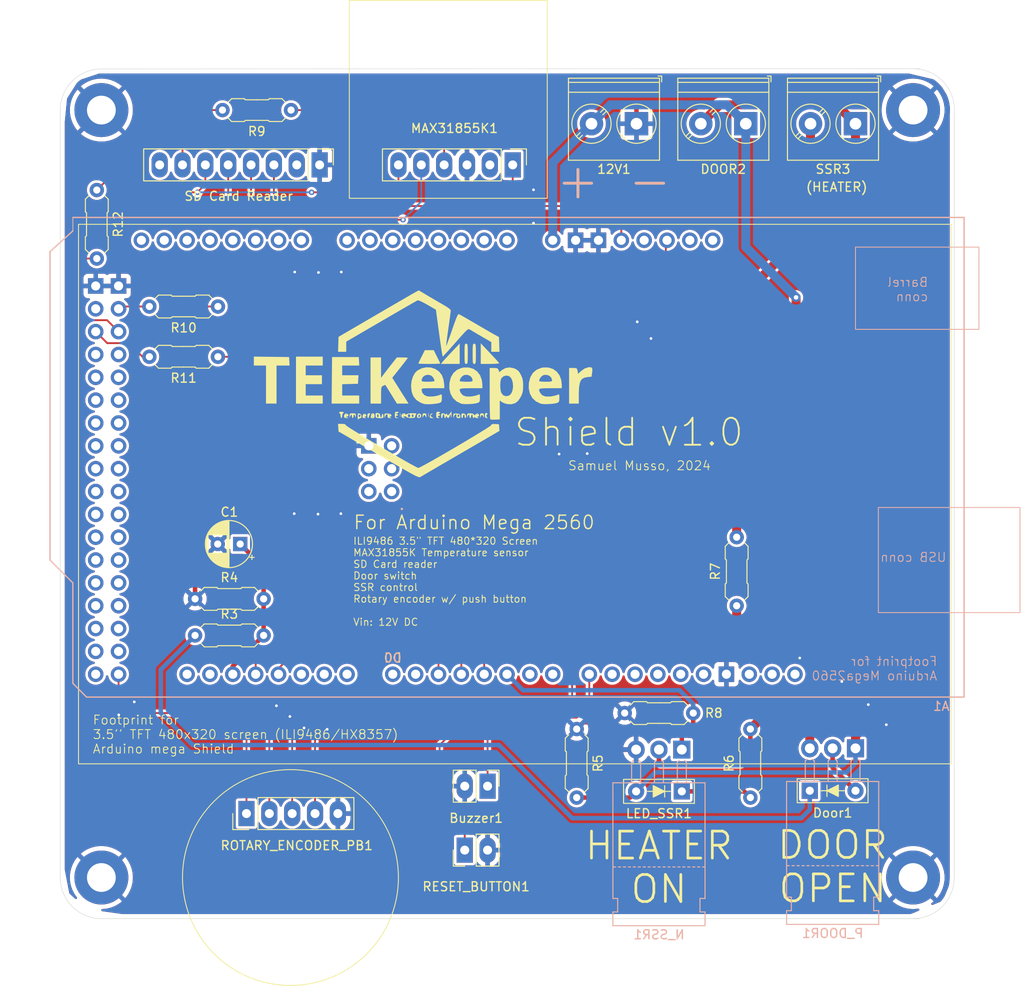
<source format=kicad_pcb>
(kicad_pcb (version 20240108) (generator "pcbnew") (generator_version "8.0")
  (layers (0 "F.Cu" signal) (31 "B.Cu" signal) (34 "B.Paste" user) (35 "F.Paste" user) (36 "B.SilkS" user "B.Silkscreen") (37 "F.SilkS" user "F.Silkscreen") (38 "B.Mask" user) (39 "F.Mask" user) (44 "Edge.Cuts" user))
  (net 0 "")
  (net 1 "/System_Shield/Analog_PCB/VIN")
  (net 2 "/System_Shield/Digital_PCB/CS")
  (net 5 "/System_Shield/Digital_PCB/CLK")
  (net 8 "/System_Shield/Analog_PCB/HEATER_CT")
  (net 14 "/System_Shield/Digital_PCB/BUZ")
  (net 16 "/System_Shield/Digital_PCB/CS_SD")
  (net 21 "/System_Shield/Digital_PCB/D2_INTRR")
  (net 28 "/System_Shield/Digital_PCB/RESET")
  (net 30 "/System_Shield/Digital_PCB/CS_PROBE")
  (net 33 "/System_Shield/Digital_PCB/D3_INTRR")
  (net 35 "/System_Shield/Digital_PCB/5V")
  (net 38 "/System_Shield/Analog_PCB/DOOR_SENS")
  (net 51 "/System_Shield/Digital_PCB/D4")
  (net 52 "Net-(Door1-Pad1)")
  (net 53 "Net-(P_DOOR1-D)")
  (net 54 "Net-(P_DOOR1-G)")
  (net 55 "Net-(LED_SSR1-Pad1)")
  (net 57 "Net-(N_SSR1-D)")
  (net 58 "Net-(R7-Pad2)")
  (net 67 "/System_Shield/Digital_PCB/MISO")
  (net 72 "/System_Shield/Digital_PCB/MOSI")
  (net 92 "Net-(A1-D51_MOSI)")
  (net 93 "Net-(A1-D52_SCK)")
  (net 94 "Net-(MAX31855K1-Pad4)")
  (net 95 "Net-(R12-Pad1)")
  (net 97 "GND")
  (footprint "PCM_SL_Mechanical:MountingHole_3.2mm_Pad" (layer "F.Cu") (at 129.032 115.824)
    (property "Reference" "H4" (hide yes))
    (property "Value" "MountingHole_M3_3.2mm_Pad")
  )
  (footprint "PCM_Resistor_THT_AKL:R_Axial_DIN0207_L6.3mm_D2.5mm_P7.62mm_Horizontal" (layer "F.Cu") (at 181.864 99.314 -90)
    (property "Reference" "R5")
    (property "Value" "100k" (hide yes))
  )
  (footprint "PCM_Resistor_THT_AKL:R_Axial_DIN0207_L6.3mm_D2.5mm_P7.62mm_Horizontal" (layer "F.Cu") (at 139.446 84.836)
    (property "Reference" "R4")
    (property "Value" "3.3k" (hide yes))
  )
  (footprint "PCM_SL_Connectors:PinHeader_1x02_P2.54mm_Vertical" (layer "F.Cu") (at 171.958 105.664 -90)
    (property "Reference" "Buzzer1")
    (property "Value" "Buzzer_5V")
  )
  (footprint "PCM_Resistor_THT_AKL:R_Axial_DIN0207_L6.3mm_D2.5mm_P7.62mm_Horizontal" (layer "F.Cu") (at 141.986 52.324 180)
    (property "Reference" "R10")
    (property "Value" "10" (hide yes))
  )
  (footprint "PCM_arduino-library:Arduino_Mega2560_R3_Shield" (layer "F.Cu") (at 224.922 42.418 180)
    (property "Reference" "A1")
    (property "Value" "Arduino_Mega2560_R3_Shield")
  )
  (footprint "TerminalBlock_Phoenix:TerminalBlock_Phoenix_PT-1,5-2-5.0-H_1x02_P5.00mm_Horizontal" (layer "F.Cu") (at 212.852 31.996 180)
    (property "Reference" "SSR3")
    (property "Value" "Screw_Terminal_2_P5.00mm")
  )
  (footprint "PCM_SL_Mechanical:MountingHole_3.2mm_Pad" (layer "F.Cu") (at 129.032 30.48)
    (property "Reference" "H1" (hide yes))
    (property "Value" "MountingHole_M3_3.2mm_Pad")
  )
  (footprint "PCM_Resistor_THT_AKL:R_Axial_DIN0207_L6.3mm_D2.5mm_P7.62mm_Horizontal" (layer "F.Cu") (at 128.524 39.37 -90)
    (property "Reference" "R12")
    (property "Value" "10" (hide yes))
  )
  (footprint "PCM_LED_THT_AKL:LED_Indicator_D1.8mm_W2.44mm_L7.62mm" (layer "F.Cu") (at 193.548 106.243 180)
    (property "Reference" "LED_SSR1")
    (property "Value" "LED" (hide yes))
  )
  (footprint "PCM_SL_Mechanical:MountingHole_3.2mm_Pad" (layer "F.Cu") (at 219.2528 30.48)
    (property "Reference" "H2" (hide yes))
    (property "Value" "MountingHole_M3_3.2mm_Pad")
  )
  (footprint "PCM_Resistor_THT_AKL:R_Axial_DIN0207_L6.3mm_D2.5mm_P7.62mm_Horizontal" (layer "F.Cu") (at 141.986 57.912 180)
    (property "Reference" "R11")
    (property "Value" "10" (hide yes))
  )
  (footprint "PCM_LED_THT_AKL:LED_Indicator_D1.8mm_W2.44mm_L7.62mm" (layer "F.Cu") (at 207.772 106.172)
    (property "Reference" "Door1")
    (property "Value" "LED" (hide yes))
  )
  (footprint "PCM_SL_Mechanical:MountingHole_3.2mm_Pad" (layer "F.Cu") (at 219.2528 115.824)
    (property "Reference" "H3" (hide yes))
    (property "Value" "MountingHole_M3_3.2mm_Pad")
  )
  (footprint "TerminalBlock_Phoenix:TerminalBlock_Phoenix_PT-1,5-2-5.0-H_1x02_P5.00mm_Horizontal" (layer "F.Cu") (at 188.508 31.996 180)
    (property "Reference" "12V1")
    (property "Value" "Screw_Terminal_2_P5.00mm")
  )
  (footprint "PCM_SL_Connectors:PinSocket_1x08_P2.54mm_Vertical" (layer "F.Cu") (at 153.289 36.576 -90)
    (property "Reference" "SD_CARD1" (hide yes))
    (property "Value" "PINHD_1x8_Female")
  )
  (footprint "PCM_Resistor_THT_AKL:R_Axial_DIN0207_L6.3mm_D2.5mm_P7.62mm_Horizontal" (layer "F.Cu") (at 199.644 85.598 90)
    (property "Reference" "R7")
    (property "Value" "100" (hide yes))
  )
  (footprint "LOGO" (layer "F.Cu") (at 164.084 60.96)
    (property "Reference" "G***" (hide yes))
    (property "Value" "LOGO" (hide yes))
  )
  (footprint "PCM_SL_Connectors:PinHeader_1x05_P2.54mm_Vertical" (layer "F.Cu") (at 145.161 108.712 90)
    (property "Reference" "ROTARY_ENCODER_PB1")
    (property "Value" "PINHD_1x5_Female")
  )
  (footprint "PCM_Resistor_THT_AKL:R_Axial_DIN0207_L6.3mm_D2.5mm_P7.62mm_Horizontal" (layer "F.Cu") (at 201.168 106.934 90)
    (property "Reference" "R6")
    (property "Value" "5k" (hide yes))
  )
  (footprint "PCM_Resistor_THT_AKL:R_Axial_DIN0207_L6.3mm_D2.5mm_P7.62mm_Horizontal" (layer "F.Cu") (at 139.446 88.9)
    (property "Reference" "R3")
    (property "Value" "5k" (hide yes))
  )
  (footprint "PCM_SL_Connectors:PinSocket_1x06_P2.54mm_Vertical" (layer "F.Cu") (at 174.752 36.576 -90)
    (property "Reference" "MAX31855K1")
    (property "Value" "PINHD_1x6_Female")
  )
  (footprint "PCM_Resistor_THT_AKL:R_Axial_DIN0207_L6.3mm_D2.5mm_P7.62mm_Horizontal" (layer "F.Cu") (at 187.198 97.536)
    (property "Reference" "R8")
    (property "Value" "10k" (hide yes))
  )
  (footprint "TerminalBlock_Phoenix:TerminalBlock_Phoenix_PT-1,5-2-5.0-H_1x02_P5.00mm_Horizontal" (layer "F.Cu") (at 200.66 31.996 180)
    (property "Reference" "DOOR2")
    (property "Value" "Screw_Terminal_2_P5.00mm")
  )
  (footprint "PCM_SL_Connectors:PinHeader_1x02_P2.54mm_Vertical" (layer "F.Cu") (at 169.418 112.776 90)
    (property "Reference" "RESET_BUTTON1")
    (property "Value" "PINHD_1x2_Female")
  )
  (footprint "PCM_Resistor_THT_AKL:R_Axial_DIN0207_L6.3mm_D2.5mm_P7.62mm_Horizontal" (layer "F.Cu") (at 150.114 30.48 180)
    (property "Reference" "R9")
    (property "Value" "10" (hide yes))
  )
  (footprint "PCM_Capacitor_THT_AKL:CP_Radial_D5.0mm_P2.50mm" (layer "F.Cu") (at 144.461113 78.74 180)
    (property "Reference" "C1")
    (property "Value" "22n" (hide yes))
  )
  (footprint "PCM_Package_TO_SOT_THT_AKL:TO-220-3_Horizontal_TabUp" (layer "B.Cu") (at 193.548 101.6 180)
    (property "Reference" "N_SSR1")
    (property "Value" "IRFZ44" (hide yes))
  )
  (footprint "PCM_Package_TO_SOT_THT_AKL:TO-220-3_Horizontal_TabUp" (layer "B.Cu") (at 212.852 101.458 180)
    (property "Reference" "P_DOOR1")
    (property "Value" "IRF4905" (hide yes))
  )
  (gr_rect (start 212.852 45.72) (end 226.568 54.864) (stroke (width 0.1)) (fill none) (layer "B.SilkS"))
  (gr_rect (start 215.392 74.676) (end 231.14 86.36) (stroke (width 0.1)) (fill none) (layer "B.SilkS"))
  (gr_rect (start 126.492 43.18) (end 223.492 103.18) (stroke (width 0.1)) (fill none) (layer "F.SilkS"))
  (gr_circle (center 150.049 115.824) (end 162.049 115.824) (stroke (width 0.1)) (fill none) (layer "F.SilkS"))
  (gr_rect (start 156.591 18.288) (end 178.591 40.288) (stroke (width 0.1)) (fill none) (layer "F.SilkS"))
  (gr_line (start 223.824799 30.988) (end 223.8248 115.824) (stroke (width 0.05)) (layer "Edge.Cuts"))
  (gr_arc (start 129.032 120.396) (mid 125.799108 119.056892) (end 124.46 115.824) (stroke (width 0.05)) (layer "Edge.Cuts"))
  (gr_arc (start 219.2528 25.879865) (mid 222.68049 27.412071) (end 223.824799 30.988) (stroke (width 0.05)) (layer "Edge.Cuts"))
  (gr_arc (start 223.8248 115.824) (mid 222.485692 119.056892) (end 219.2528 120.396) (stroke (width 0.05)) (layer "Edge.Cuts"))
  (gr_line (start 129.032 120.396) (end 219.964 120.396) (stroke (width 0.05)) (layer "Edge.Cuts"))
  (gr_line (start 129.032 25.908) (end 219.964 25.879865) (stroke (width 0.05)) (layer "Edge.Cuts"))
  (gr_line (start 124.46 115.824) (end 124.46 30.48) (stroke (width 0.05)) (layer "Edge.Cuts"))
  (gr_arc (start 124.46 30.48) (mid 125.799108 27.247108) (end 129.032 25.908) (stroke (width 0.05)) (layer "Edge.Cuts"))
  (gr_text "+ -" (at 179.324 36.576 180) (layer "B.SilkS") (effects (font (size 4 4) (thickness 0.3) (bold yes)) (justify left bottom mirror)))
  (gr_text "Barrel \nconn\n" (at 220.98 51.816 0) (layer "B.SilkS") (effects (font (size 1 1) (thickness 0.1)) (justify left bottom mirror)))
  (gr_text "Footprint for\nArduino Mega2560 " (at 221.996 93.98 0) (layer "B.SilkS") (effects (font (size 1 1) (thickness 0.1)) (justify left bottom mirror)))
  (gr_text "USB conn\n" (at 223.012 80.7974 0) (layer "B.SilkS") (effects (font (size 1 1) (thickness 0.1)) (justify left bottom mirror)))
  (gr_text "(HEATER)\n" (at 207.264 39.624 0) (layer "F.SilkS") (effects (font (size 1 1)) (justify left bottom)))
  (gr_text "SD Card Reader" (at 138.176 40.64 0) (layer "F.SilkS") (effects (font (size 1 1)) (justify left bottom)))
  (gr_text "HEATER\nON\n" (at 191.008 118.872 0) (layer "F.SilkS") (effects (font (size 3 3) (thickness 0.3)) (justify bottom)))
  (gr_text "Footprint for \n3.5'' TFT 480x320 screen (ILI9486/HX8357)\nArduino mega Shield" (at 128.016 102.108 0) (layer "F.SilkS") (effects (font (size 1 1) (thickness 0.1)) (justify left bottom)))
  (gr_text "For Arduino Mega 2560" (at 156.972 77.216 0) (layer "F.SilkS") (effects (font (size 1.5 1.5)) (justify left bottom)))
  (gr_text "+ -" (at 179.324 40.64 0) (layer "F.SilkS") (effects (font (size 4 4) (thickness 0.3) (bold yes)) (justify left bottom)))
  (gr_text "Shield v1.0" (at 174.752 68.072 0) (layer "F.SilkS") (effects (font (size 3 3) (thickness 0.2)) (justify left bottom)))
  (gr_text "DOOR\nOPEN" (at 210.312 118.801 0) (layer "F.SilkS") (effects (font (size 3 3) (thickness 0.3)) (justify bottom)))
  (gr_text "ILI9486 3.5{dblquote} TFT 480*320 Screen\nMAX31855K Temperature sensor\nSD Card reader\nDoor switch\nSSR control\nRotary encoder w/ push button\n\nVin: 12V DC" (at 156.972 87.884 0) (layer "F.SilkS") (effects (font (size 0.8 0.8) (thickness 0.1)) (justify left bottom)))
  (gr_text "Samuel Musso, 2024" (at 180.848 70.612 0) (layer "F.SilkS") (effects (font (size 1 1) (thickness 0.1)) (justify left bottom)))
  (segment (start 206.248 51.308) (end 206.248 82.296) (width 1) (layer "F.Cu") (net 1))
  (segment (start 212.852 94.996) (end 207.772 100.076) (width 1) (layer "F.Cu") (net 1))
  (segment (start 207.772 100.076) (end 207.772 101.458) (width 1) (layer "F.Cu") (net 1))
  (segment (start 206.248 82.296) (end 212.852 88.9) (width 1) (layer "F.Cu") (net 1))
  (segment (start 212.852 88.9) (end 212.852 94.996) (width 1) (layer "F.Cu") (net 1))
  (via (at 206.248 51.308) (size 1) (drill 0.5) (layers "F.Cu" "B.Cu") (net 1))
  (segment (start 183.508 31.996) (end 179.202 36.302) (width 1) (layer "B.Cu") (net 1))
  (segment (start 200.66 45.72) (end 200.66 31.996) (width 1) (layer "B.Cu") (net 1))
  (segment (start 198.56 29.896) (end 200.66 31.996) (width 1) (layer "B.Cu") (net 1))
  (segment (start 206.248 51.308) (end 200.66 45.72) (width 1) (layer "B.Cu") (net 1))
  (segment (start 183.508 31.996) (end 185.608 29.896) (width 1) (layer "B.Cu") (net 1))
  (segment (start 185.608 29.896) (end 198.56 29.896) (width 1) (layer "B.Cu") (net 1))
  (segment (start 179.202 36.302) (end 179.202 44.958) (width 1) (layer "B.Cu") (net 1))
  (segment (start 130.048 46.736) (end 131.064 47.752) (width 0.2) (layer "F.Cu") (net 5))
  (segment (start 134.112 47.752) (end 136.652 50.292) (width 0.2) (layer "F.Cu") (net 5))
  (segment (start 139.7 39.624) (end 132.588 39.624) (width 0.2) (layer "F.Cu") (net 5))
  (segment (start 137.16 52.324) (end 141.986 52.324) (width 0.2) (layer "F.Cu") (net 5))
  (segment (start 136.652 50.292) (end 136.652 51.816) (width 0.2) (layer "F.Cu") (net 5))
  (segment (start 131.064 47.752) (end 134.112 47.752) (width 0.2) (layer "F.Cu") (net 5))
  (segment (start 162.052 39.116) (end 162.052 36.576) (width 0.2) (layer "F.Cu") (net 5))
  (segment (start 139.7 39.624) (end 140.589 38.735) (width 0.2) (layer "F.Cu") (net 5))
  (segment (start 136.652 51.816) (end 137.16 52.324) (width 0.2) (layer "F.Cu") (net 5))
  (segment (start 161.544 39.624) (end 162.052 39.116) (width 0.2) (layer "F.Cu") (net 5))
  (segment (start 132.588 39.624) (end 130.048 42.164) (width 0.2) (layer "F.Cu") (net 5))
  (segment (start 130.048 42.164) (end 130.048 46.736) (width 0.2) (layer "F.Cu") (net 5))
  (segment (start 152.4 39.624) (end 161.544 39.624) (width 0.2) (layer "F.Cu") (net 5))
  (segment (start 140.589 38.735) (end 140.589 36.576) (width 0.2) (layer "F.Cu") (net 5))
  (via (at 152.4 39.624) (size 0.6) (drill 0.3) (layers "F.Cu" "B.Cu") (net 5))
  (via (at 139.7 39.624) (size 0.6) (drill 0.3) (layers "F.Cu" "B.Cu") (net 5))
  (segment (start 152.4 39.624) (end 139.7 39.624) (width 0.2) (layer "B.Cu") (net 5))
  (segment (start 194.818 98.679) (end 194.818 97.536) (width 0.5) (layer "F.Cu") (net 8))
  (segment (start 193.548 99.949) (end 194.818 98.679) (width 0.5) (layer "F.Cu") (net 8))
  (segment (start 193.548 101.6) (end 193.548 99.949) (width 0.5) (layer "F.Cu") (net 8))
  (segment (start 175.9 94.996) (end 193.294 94.996) (width 0.5) (layer "B.Cu") (net 8))
  (segment (start 194.818 96.52) (end 194.818 97.536) (width 0.5) (layer "B.Cu") (net 8))
  (segment (start 193.294 94.996) (end 194.818 96.52) (width 0.5) (layer "B.Cu") (net 8))
  (segment (start 174.122 93.218) (end 175.9 94.996) (width 0.5) (layer "B.Cu") (net 8))
  (segment (start 173.228 98.044) (end 181.864 98.044) (width 0.2) (layer "F.Cu") (net 14))
  (segment (start 181.864 98.044) (end 183.266 96.642) (width 0.2) (layer "F.Cu") (net 14))
  (segment (start 173.228 98.044) (end 171.958 99.314) (width 0.2) (layer "F.Cu") (net 14))
  (segment (start 183.266 96.642) (end 183.266 93.218) (width 0.2) (layer "F.Cu") (net 14))
  (segment (start 171.958 105.664) (end 171.958 99.314) (width 0.2) (layer "F.Cu") (net 14))
  (segment (start 145.669 41.021) (end 147.32 42.672) (width 0.2) (layer "F.Cu") (net 16))
  (segment (start 147.32 42.672) (end 152.4 42.672) (width 0.2) (layer "F.Cu") (net 16))
  (segment (start 152.4 42.672) (end 152.908 43.18) (width 0.2) (layer "F.Cu") (net 16))
  (segment (start 149.352 86.868) (end 148.844 87.376) (width 0.2) (layer "F.Cu") (net 16))
  (segment (start 147.828 91.44) (end 146.812 91.44) (width 0.2) (layer "F.Cu") (net 16))
  (segment (start 145.669 36.576) (end 145.669 41.021) (width 0.2) (layer "F.Cu") (net 16))
  (segment (start 151.892 86.36) (end 151.384 86.868) (width 0.2) (layer "F.Cu") (net 16))
  (segment (start 152.908 43.18) (end 152.908 46.228) (width 0.2) (layer "F.Cu") (net 16))
  (segment (start 148.844 90.424) (end 147.828 91.44) (width 0.2) (layer "F.Cu") (net 16))
  (segment (start 146.812 91.44) (end 146.182 92.07) (width 0.2) (layer "F.Cu") (net 16))
  (segment (start 151.892 47.244) (end 151.892 86.36) (width 0.2) (layer "F.Cu") (net 16))
  (segment (start 152.908 46.228) (end 151.892 47.244) (width 0.2) (layer "F.Cu") (net 16))
  (segment (start 146.182 92.07) (end 146.182 93.218) (width 0.2) (layer "F.Cu") (net 16))
  (segment (start 151.384 86.868) (end 149.352 86.868) (width 0.2) (layer "F.Cu") (net 16))
  (segment (start 148.844 87.376) (end 148.844 90.424) (width 0.2) (layer "F.Cu") (net 16))
  (segment (start 159.004 98.044) (end 153.924 98.044) (width 0.2) (layer "F.Cu") (net 21))
  (segment (start 161.036 89.916) (end 160.02 90.932) (width 0.2) (layer "F.Cu") (net 21))
  (segment (start 160.02 90.932) (end 160.02 97.028) (width 0.2) (layer "F.Cu") (net 21))
  (segment (start 166.502 90.81) (end 165.608 89.916) (width 0.2) (layer "F.Cu") (net 21))
  (segment (start 166.502 93.218) (end 166.502 90.81) (width 0.2) (layer "F.Cu") (net 21))
  (segment (start 165.608 89.916) (end 161.036 89.916) (width 0.2) (layer "F.Cu") (net 21))
  (segment (start 160.02 97.028) (end 159.004 98.044) (width 0.2) (layer "F.Cu") (net 21))
  (segment (start 153.924 98.044) (end 152.781 99.187) (width 0.2) (layer "F.Cu") (net 21))
  (segment (start 152.781 99.187) (end 152.781 108.712) (width 0.2) (layer "F.Cu") (net 21))
  (segment (start 167.64 109.22) (end 166.624 108.204) (width 0.2) (layer "F.Cu") (net 28))
  (segment (start 169.418 112.776) (end 169.418 110.8202) (width 0.2) (layer "F.Cu") (net 28))
  (segment (start 171.196 96.52) (end 180.848 96.52) (width 0.2) (layer "F.Cu") (net 28))
  (segment (start 191.77 52.578) (end 191.77 45.09) (width 0.2) (layer "F.Cu") (net 28))
  (segment (start 191.77 45.09) (end 191.902 44.958) (width 0.2) (layer "F.Cu") (net 28))
  (segment (start 181.356 62.992) (end 191.77 52.578) (width 0.2) (layer "F.Cu") (net 28))
  (segment (start 169.418 110.8202) (end 167.8178 109.22) (width 0.2) (layer "F.Cu") (net 28))
  (segment (start 181.356 96.012) (end 181.356 62.992) (width 0.2) (layer "F.Cu") (net 28))
  (segment (start 167.8178 109.22) (end 167.64 109.22) (width 0.2) (layer "F.Cu") (net 28))
  (segment (start 166.624 101.092) (end 171.196 96.52) (width 0.2) (layer "F.Cu") (net 28))
  (segment (start 166.624 108.204) (end 166.624 101.092) (width 0.2) (layer "F.Cu") (net 28))
  (segment (start 180.848 96.52) (end 181.356 96.012) (width 0.2) (layer "F.Cu") (net 28))
  (segment (start 148.722 93.218) (end 148.722 92.578) (width 0.2) (layer "F.Cu") (net 30))
  (segment (start 154.94 42.672) (end 162.56 42.672) (width 0.2) (layer "F.Cu") (net 30))
  (segment (start 149.86 91.44) (end 153.416 91.44) (width 0.2) (layer "F.Cu") (net 30))
  (segment (start 154.432 43.18) (end 154.94 42.672) (width 0.2) (layer "F.Cu") (net 30))
  (segment (start 148.722 92.578) (end 149.86 91.44) (width 0.2) (layer "F.Cu") (net 30))
  (segment (start 153.416 91.44) (end 154.432 90.424) (width 0.2) (layer "F.Cu") (net 30))
  (segment (start 154.432 90.424) (end 154.432 43.18) (width 0.2) (layer "F.Cu") (net 30))
  (via (at 162.56 42.672) (size 0.6) (drill 0.3) (layers "F.Cu" "B.Cu") (net 30))
  (segment (start 162.56 42.672) (end 164.592 40.64) (width 0.2) (layer "B.Cu") (net 30))
  (segment (start 164.592 40.64) (end 164.592 36.576) (width 0.2) (layer "B.Cu") (net 30))
  (segment (start 152.908 96.52) (end 150.241 99.187) (width 0.2) (layer "F.Cu") (net 33))
  (segment (start 159.004 89.916) (end 159.004 95.504) (width 0.2) (layer "F.Cu") (net 33))
  (segment (start 159.004 95.504) (end 157.988 96.52) (width 0.2) (layer "F.Cu") (net 33))
  (segment (start 167.64 88.9) (end 160.02 88.9) (width 0.2) (layer "F.Cu") (net 33))
  (segment (start 150.241 99.187) (end 150.241 108.712) (width 0.2) (layer "F.Cu") (net 33))
  (segment (start 169.042 93.218) (end 169.042 90.302) (width 0.2) (layer "F.Cu") (net 33))
  (segment (start 169.042 90.302) (end 167.64 88.9) (width 0.2) (layer "F.Cu") (net 33))
  (segment (start 157.988 96.52) (end 152.908 96.52) (width 0.2) (layer "F.Cu") (net 33))
  (segment (start 160.02 88.9) (end 159.004 89.916) (width 0.2) (layer "F.Cu") (net 33))
  (segment (start 184.404 41.148) (end 186.822 43.566) (width 0.2) (layer "F.Cu") (net 35))
  (segment (start 174.752 40.132) (end 175.768 41.148) (width 0.2) (layer "F.Cu") (net 35))
  (segment (start 186.822 43.566) (end 186.822 44.958) (width 0.2) (layer "F.Cu") (net 35))
  (segment (start 149.352 41.148) (end 175.768 41.148) (width 0.2) (layer "F.Cu") (net 35))
  (segment (start 144.272 97.536) (end 145.161 98.425) (width 0.2) (layer "F.Cu") (net 35))
  (segment (start 148.209 36.576) (end 148.209 40.005) (width 0.2) (layer "F.Cu") (net 35))
  (segment (start 130.942 96.144) (end 132.334 97.536) (width 0.2) (layer "F.Cu") (net 35))
  (segment (start 130.942 93.218) (end 130.942 96.144) (width 0.2) (layer "F.Cu") (net 35))
  (segment (start 148.209 40.005) (end 149.352 41.148) (width 0.2) (layer "F.Cu") (net 35))
  (segment (start 175.768 41.148) (end 184.404 41.148) (width 0.2) (layer "F.Cu") (net 35))
  (segment (start 132.334 97.536) (end 144.272 97.536) (width 0.2) (layer "F.Cu") (net 35))
  (segment (start 174.752 36.576) (end 174.752 40.132) (width 0.2) (layer "F.Cu") (net 35))
  (segment (start 145.161 98.425) (end 145.161 108.712) (width 0.2) (layer "F.Cu") (net 35))
  (segment (start 147.066 88.9) (end 147.066 81.344887) (width 0.5) (layer "F.Cu") (net 38))
  (segment (start 147.066 88.9) (end 143.642 92.324) (width 0.5) (layer "F.Cu") (net 38))
  (segment (start 147.066 81.344887) (end 144.461113 78.74) (width 0.5) (layer "F.Cu") (net 38))
  (segment (start 143.642 92.324) (end 143.642 93.218) (width 0.5) (layer "F.Cu") (net 38))
  (segment (start 159.512 87.884) (end 157.988 89.408) (width 0.2) (layer "F.Cu") (net 51))
  (segment (start 157.988 94.361) (end 157.353 94.996) (width 0.2) (layer "F.Cu") (net 51))
  (segment (start 147.701 98.679) (end 147.701 108.712) (width 0.2) (layer "F.Cu") (net 51))
  (segment (start 151.384 94.996) (end 147.701 98.679) (width 0.2) (layer "F.Cu") (net 51))
  (segment (start 171.582 93.218) (end 171.582 89.794) (width 0.2) (layer "F.Cu") (net 51))
  (segment (start 169.672 87.884) (end 159.512 87.884) (width 0.2) (layer "F.Cu") (net 51))
  (segment (start 157.353 94.996) (end 151.384 94.996) (width 0.2) (layer "F.Cu") (net 51))
  (segment (start 171.582 89.794) (end 169.672 87.884) (width 0.2) (layer "F.Cu") (net 51))
  (segment (start 157.988 89.408) (end 157.988 94.361) (width 0.2) (layer "F.Cu") (net 51))
  (segment (start 135.636 97.536) (end 135.636 92.71) (width 0.5) (layer "B.Cu") (net 52))
  (segment (start 139.192 101.092) (end 135.636 97.536) (width 0.5) (layer "B.Cu") (net 52))
  (segment (start 207.772 106.172) (end 207.772 108.275) (width 0.5) (layer "B.Cu") (net 52))
  (segment (start 207.772 108.275) (end 206.827 109.22) (width 0.5) (layer "B.Cu") (net 52))
  (segment (start 181.356 109.22) (end 173.228 101.092) (width 0.5) (layer "B.Cu") (net 52))
  (segment (start 173.228 101.092) (end 139.192 101.092) (width 0.5) (layer "B.Cu") (net 52))
  (segment (start 135.636 92.71) (end 139.446 88.9) (width 0.5) (layer "B.Cu") (net 52))
  (segment (start 206.827 109.22) (end 181.356 109.22) (width 0.5) (layer "B.Cu") (net 52))
  (segment (start 210.312 101.458) (end 210.312 103.632) (width 0.5) (layer "F.Cu") (net 53))
  (segment (start 210.312 103.632) (end 212.852 106.172) (width 0.5) (layer "F.Cu") (net 53))
  (segment (start 217.424 95.504) (end 212.852 100.076) (width 1) (layer "F.Cu") (net 54))
  (segment (start 197.76 29.896) (end 210.752 29.896) (width 1) (layer "F.Cu") (net 54))
  (segment (start 212.852 100.076) (end 212.852 101.458) (width 1) (layer "F.Cu") (net 54))
  (segment (start 217.424 83.312) (end 217.424 95.504) (width 1) (layer "F.Cu") (net 54))
  (segment (start 210.752 29.896) (end 212.852 31.996) (width 1) (layer "F.Cu") (net 54))
  (segment (start 181.864 106.934) (end 187.777 106.934) (width 0.5) (layer "F.Cu") (net 54))
  (segment (start 212.852 78.74) (end 217.424 83.312) (width 1) (layer "F.Cu") (net 54))
  (segment (start 187.777 106.934) (end 188.468 106.243) (width 0.5) (layer "F.Cu") (net 54))
  (segment (start 212.852 31.996) (end 212.852 78.74) (width 1) (layer "F.Cu") (net 54))
  (segment (start 195.66 31.996) (end 197.76 29.896) (width 1) (layer "F.Cu") (net 54))
  (segment (start 188.468 106.243) (end 190.571 104.14) (width 0.5) (layer "B.Cu") (net 54))
  (segment (start 190.571 104.14) (end 211.836 104.14) (width 0.5) (layer "B.Cu") (net 54))
  (segment (start 212.852 103.124) (end 212.852 101.458) (width 0.5) (layer "B.Cu") (net 54))
  (segment (start 211.836 104.14) (end 212.852 103.124) (width 0.5) (layer "B.Cu") (net 54))
  (segment (start 200.477 106.243) (end 201.168 106.934) (width 0.5) (layer "F.Cu") (net 55))
  (segment (start 193.548 106.243) (end 200.477 106.243) (width 0.5) (layer "F.Cu") (net 55))
  (segment (start 191.008 103.005) (end 191.008 101.6) (width 0.5) (layer "F.Cu") (net 57))
  (segment (start 199.644 88.9) (end 200.66 89.916) (width 1) (layer "F.Cu") (net 57))
  (segment (start 208.788 92.964) (end 208.788 95.504) (width 1) (layer "F.Cu") (net 57))
  (segment (start 207.264 97.028) (end 203.454 97.028) (width 1) (layer "F.Cu") (net 57))
  (segment (start 200.126 103.15) (end 191.153 103.15) (width 0.5) (layer "F.Cu") (net 57))
  (segment (start 207.264 89.916) (end 208.788 91.44) (width 1) (layer "F.Cu") (net 57))
  (segment (start 199.644 85.598) (end 199.644 88.9) (width 1) (layer "F.Cu") (net 57))
  (segment (start 208.788 92.456) (end 208.788 92.964) (width 1) (layer "F.Cu") (net 57))
  (segment (start 208.788 91.44) (end 208.788 92.964) (width 1) (layer "F.Cu") (net 57))
  (segment (start 191.153 103.15) (end 191.008 103.005) (width 0.5) (layer "F.Cu") (net 57))
  (segment (start 204.724 89.916) (end 207.264 89.916) (width 1) (layer "F.Cu") (net 57))
  (segment (start 201.168 99.314) (end 201.168 102.108) (width 0.5) (layer "F.Cu") (net 57))
  (segment (start 203.454 97.028) (end 201.168 99.314) (width 1) (layer "F.Cu") (net 57))
  (segment (start 201.168 102.108) (end 200.126 103.15) (width 0.5) (layer "F.Cu") (net 57))
  (segment (start 208.788 95.504) (end 207.264 97.028) (width 1) (layer "F.Cu") (net 57))
  (segment (start 200.66 89.916) (end 204.724 89.916) (width 1) (layer "F.Cu") (net 57))
  (segment (start 207.852 43.608) (end 207.852 31.996) (width 1) (layer "F.Cu") (net 58))
  (segment (start 199.644 51.816) (end 207.852 43.608) (width 1) (layer "F.Cu") (net 58))
  (segment (start 199.644 77.978) (end 199.644 78.232) (width 0.5) (layer "F.Cu") (net 58))
  (segment (start 199.644 77.978) (end 199.644 51.816) (width 1) (layer "F.Cu") (net 58))
  (segment (start 127.5016 53.8416) (end 125.984 52.324) (width 0.2) (layer "F.Cu") (net 67))
  (segment (start 125.984 39.624) (end 125.984 46.228) (width 0.2) (layer "F.Cu") (net 67))
  (segment (start 142.494 30.48) (end 135.128 30.48) (width 0.2) (layer "F.Cu") (net 67))
  (segment (start 125.984 47.752) (end 125.984 46.228) (width 0.2) (layer "F.Cu") (net 67))
  (segment (start 125.984 52.324) (end 125.984 47.752) (width 0.2) (layer "F.Cu") (net 67))
  (segment (start 129.6656 53.8416) (end 127.5016 53.8416) (width 0.2) (layer "F.Cu") (net 67))
  (segment (start 130.942 55.118) (end 129.6656 53.8416) (width 0.2) (layer "F.Cu") (net 67))
  (segment (start 135.128 30.48) (end 125.984 39.624) (width 0.2) (layer "F.Cu") (net 67))
  (segment (start 128.524 46.99) (end 126.746 46.99) (width 0.2) (layer "F.Cu") (net 67))
  (segment (start 126.746 46.99) (end 125.984 47.752) (width 0.2) (layer "F.Cu") (net 67))
  (segment (start 131.572 43.688) (end 133.096 42.164) (width 0.2) (layer "F.Cu") (net 72))
  (segment (start 131.572 45.72) (end 131.572 43.688) (width 0.2) (layer "F.Cu") (net 72))
  (segment (start 135.636 46.736) (end 132.588 46.736) (width 0.2) (layer "F.Cu") (net 72))
  (segment (start 141.986 57.912) (end 143.256 57.912) (width 0.2) (layer "F.Cu") (net 72))
  (segment (start 143.256 48.768) (end 137.668 48.768) (width 0.2) (layer "F.Cu") (net 72))
  (segment (start 143.129 40.259) (end 143.129 36.576) (width 0.2) (layer "F.Cu") (net 72))
  (segment (start 143.256 57.912) (end 144.272 56.896) (width 0.2) (layer "F.Cu") (net 72))
  (segment (start 137.668 48.768) (end 135.636 46.736) (width 0.2) (layer "F.Cu") (net 72))
  (segment (start 133.096 42.164) (end 141.224 42.164) (width 0.2) (layer "F.Cu") (net 72))
  (segment (start 132.588 46.736) (end 131.572 45.72) (width 0.2) (layer "F.Cu") (net 72))
  (segment (start 144.272 56.896) (end 144.272 49.784) (width 0.2) (layer "F.Cu") (net 72))
  (segment (start 141.224 42.164) (end 143.129 40.259) (width 0.2) (layer "F.Cu") (net 72))
  (segment (start 144.272 49.784) (end 143.256 48.768) (width 0.2) (layer "F.Cu") (net 72))
  (segment (start 132.0864 56.3944) (end 133.604 57.912) (width 0.2) (layer "F.Cu") (net 92))
  (segment (start 129.6784 56.3944) (end 132.0864 56.3944) (width 0.2) (layer "F.Cu") (net 92))
  (segment (start 128.402 55.118) (end 129.6784 56.3944) (width 0.2) (layer "F.Cu") (net 92))
  (segment (start 133.604 57.912) (end 134.366 57.912) (width 0.2) (layer "F.Cu") (net 92))
  (segment (start 134.366 52.324) (end 131.196 52.324) (width 0.2) (layer "F.Cu") (net 93))
  (segment (start 131.196 52.324) (end 130.942 52.578) (width 0.2) (layer "F.Cu") (net 93))
  (segment (start 167.132 36.576) (end 167.132 32.004) (width 0.2) (layer "F.Cu") (net 94))
  (segment (start 165.608 30.48) (end 150.114 30.48) (width 0.2) (layer "F.Cu") (net 94))
  (segment (start 167.132 32.004) (end 165.608 30.48) (width 0.2) (layer "F.Cu") (net 94))
  (segment (start 137.668 34.036) (end 138.049 34.417) (width 0.2) (layer "F.Cu") (net 95))
  (segment (start 138.049 34.417) (end 138.049 36.576) (width 0.2) (layer "F.Cu") (net 95))
  (segment (start 133.858 34.036) (end 137.668 34.036) (width 0.2) (layer "F.Cu") (net 95))
  (segment (start 128.524 39.37) (end 133.858 34.036) (width 0.2) (layer "F.Cu") (net 95))
  (segment (start 186.182 99.568) (end 186.182 100.838) (width 0.5) (layer "F.Cu") (net 97))
  (segment (start 139.446 81.255113) (end 141.961113 78.74) (width 0.5) (layer "F.Cu") (net 97))
  (segment (start 182.626 98.552) (end 185.166 98.552) (width 0.5) (layer "F.Cu") (net 97))
  (segment (start 186.944 101.6) (end 188.468 101.6) (width 0.5) (layer "F.Cu") (net 97))
  (segment (start 186.182 98.552) (end 187.198 97.536) (width 0.5) (layer "F.Cu") (net 97))
  (segment (start 186.182 100.838) (end 186.944 101.6) (width 0.5) (layer "F.Cu") (net 97))
  (segment (start 185.166 98.552) (end 186.182 99.568) (width 0.5) (layer "F.Cu") (net 97))
  (segment (start 186.182 99.568) (end 186.182 98.552) (width 0.5) (layer "F.Cu") (net 97))
  (segment (start 181.864 99.314) (end 182.626 98.552) (width 0.5) (layer "F.Cu") (net 97))
  (segment (start 139.446 84.836) (end 139.446 81.255113) (width 0.5) (layer "F.Cu") (net 97))
  (via (at 214.2744 96.5962) (size 0.6) (drill 0.3) (layers "F.Cu" "B.Cu") (net 97))
  (via (at 183.0324 68.6816) (size 0.6) (drill 0.3) (layers "F.Cu" "B.Cu") (net 97))
  (via (at 149.987 97.917) (size 0.6) (drill 0.3) (layers "F.Cu" "B.Cu") (net 97))
  (via (at 177.0634 39.3446) (size 0.6) (drill 0.3) (layers "F.Cu" "B.Cu") (net 97))
  (via (at 150.5204 48.4886) (size 0.6) (drill 0.3) (layers "F.Cu" "B.Cu") (net 97))
  (via (at 216.281 98.8314) (size 0.6) (drill 0.3) (layers "F.Cu" "B.Cu") (net 97))
  (via (at 155.6512 75.3618) (size 0.6) (drill 0.3) (layers "F.Cu" "B.Cu") (net 97))
  (via (at 155.702 48.4886) (size 0.6) (drill 0.3) (layers "F.Cu" "B.Cu") (net 97))
  (via (at 153.162 48.5394) (size 0.6) (drill 0.3) (layers "F.Cu" "B.Cu") (net 97))
  (via (at 190.119 55.88) (size 0.6) (drill 0.3) (layers "F.Cu" "B.Cu") (net 97))
  (via (at 211.328 94.0308) (size 0.6) (drill 0.3) (layers "F.Cu" "B.Cu") (net 97))
  (via (at 150.4696 75.3618) (size 0.6) (drill 0.3) (layers "F.Cu" "B.Cu") (net 97))
  (via (at 153.1112 75.4126) (size 0.6) (drill 0.3) (layers "F.Cu" "B.Cu") (net 97))
  (via (at 206.6544 91.4146) (size 0.6) (drill 0.3) (layers "F.Cu" "B.Cu") (net 97))
  (via (at 177.0634 43.053) (size 0.6) (drill 0.3) (layers "F.Cu" "B.Cu") (net 97))
  (via (at 151.5618 99.187) (size 0.6) (drill 0.3) (layers "F.Cu" "B.Cu") (net 97))
  (via (at 130.9624 97.7392) (size 0.6) (drill 0.3) (layers "F.Cu" "B.Cu") (net 97))
  (via (at 154.1272 99.3394) (size 0.6) (drill 0.3) (layers "F.Cu" "B.Cu") (net 97))
  (via (at 132.6896 96.2914) (size 0.6) (drill 0.3) (layers "F.Cu" "B.Cu") (net 97))
  (via (at 179.9082 68.7324) (size 0.6) (drill 0.3) (layers "F.Cu" "B.Cu") (net 97))
  (via (at 148.4884 96.7232) (size 0.6) (drill 0.3) (layers "F.Cu" "B.Cu") (net 97))
  (via (at 188.595 54.0258) (size 0.6) (drill 0.3) (layers "F.Cu" "B.Cu") (net 97))
  (segment (start 148.7932 96.7232) (end 149.987 97.917) (width 0.2) (layer "B.Cu") (net 97))
  (segment (start 153.1874 75.4888) (end 155.5242 75.4888) (width 0.2) (layer "B.Cu") (net 97))
  (segment (start 190.119 55.5498) (end 190.119 55.88) (width 0.2) (layer "B.Cu") (net 97))
  (segment (start 151.5618 99.187) (end 153.9748 99.187) (width 0.2) (layer "B.Cu") (net 97))
  (segment (start 214.2744 96.5962) (end 216.281 98.6028) (width 0.2) (layer "B.Cu") (net 97))
  (segment (start 150.4696 75.3618) (end 153.0604 75.3618) (width 0.2) (layer "B.Cu") (net 97))
  (segment (start 214.2744 96.5962) (end 213.8934 96.5962) (width 0.2) (layer "B.Cu") (net 97))
  (segment (start 151.5618 99.187) (end 150.2918 97.917) (width 0.2) (layer "B.Cu") (net 97))
  (segment (start 155.5242 75.4888) (end 155.6512 75.3618) (width 0.2) (layer "B.Cu") (net 97))
  (segment (start 148.4884 96.7232) (end 148.7932 96.7232) (width 0.2) (layer "B.Cu") (net 97))
  (segment (start 216.281 98.6028) (end 216.281 98.8314) (width 0.2) (layer "B.Cu") (net 97))
  (segment (start 177.0634 43.053) (end 177.0634 39.3446) (width 0.2) (layer "B.Cu") (net 97))
  (segment (start 153.9748 99.187) (end 154.1272 99.3394) (width 0.2) (layer "B.Cu") (net 97))
  (segment (start 213.8934 96.5962) (end 211.328 94.0308) (width 0.2) (layer "B.Cu") (net 97))
  (segment (start 150.2918 97.917) (end 149.987 97.917) (width 0.2) (layer "B.Cu") (net 97))
  (segment (start 153.1112 48.4886) (end 153.162 48.5394) (width 0.2) (layer "B.Cu") (net 97))
  (segment (start 153.0604 75.3618) (end 153.1112 75.4126) (width 0.2) (layer "B.Cu") (net 97))
  (segment (start 188.595 54.0258) (end 190.119 55.5498) (width 0.2) (layer "B.Cu") (net 97))
  (segment (start 132.4102 96.2914) (end 132.6896 96.2914) (width 0.2) (layer "B.Cu") (net 97))
  (segment (start 155.702 48.4886) (end 153.2128 48.4886) (width 0.2) (layer "B.Cu") (net 97))
  (segment (start 153.2128 48.4886) (end 153.162 48.5394) (width 0.2) (layer "B.Cu") (net 97))
  (segment (start 206.6544 91.4146) (end 208.7118 91.4146) (width 0.2) (layer "B.Cu") (net 97))
  (segment (start 208.7118 91.4146) (end 211.328 94.0308) (width 0.2) (layer "B.Cu") (net 97))
  (segment (start 130.9624 97.7392) (end 132.4102 96.2914) (width 0.2) (layer "B.Cu") (net 97))
  (segment (start 153.1112 75.4126) (end 153.1874 75.4888) (width 0.2) (layer "B.Cu") (net 97))
  (segment (start 182.9816 68.7324) (end 183.0324 68.6816) (width 0.2) (layer "B.Cu") (net 97))
  (segment (start 179.9082 68.7324) (end 182.9816 68.7324) (width 0.2) (layer "B.Cu") (net 97))
  (segment (start 150.5204 48.4886) (end 153.1112 48.4886) (width 0.2) (layer "B.Cu") (net 97))
  (zone (net 97) (net_name "GND") (layers "F&B.Cu") (name "Ground Plane") (connect_pads (clearance 0)) (min_thickness 0.25) (fill yes (thermal_gap 0.5) (thermal_bridge_width 0.5) (smoothing chamfer) (radius 2) (island_removal_mode 2) (island_area_min 10))
    (polygon (pts (xy 125.476 27.94) (xy 127.508 26.416) (xy 220.472 26.416) (xy 223.52 27.94) (xy 224.028 116.84) (xy 220.98 119.888) (xy 129.54 119.888) (xy 125.984 118.872) (xy 124.968 116.332) (xy 124.968 30.48)))
  )
)
</source>
